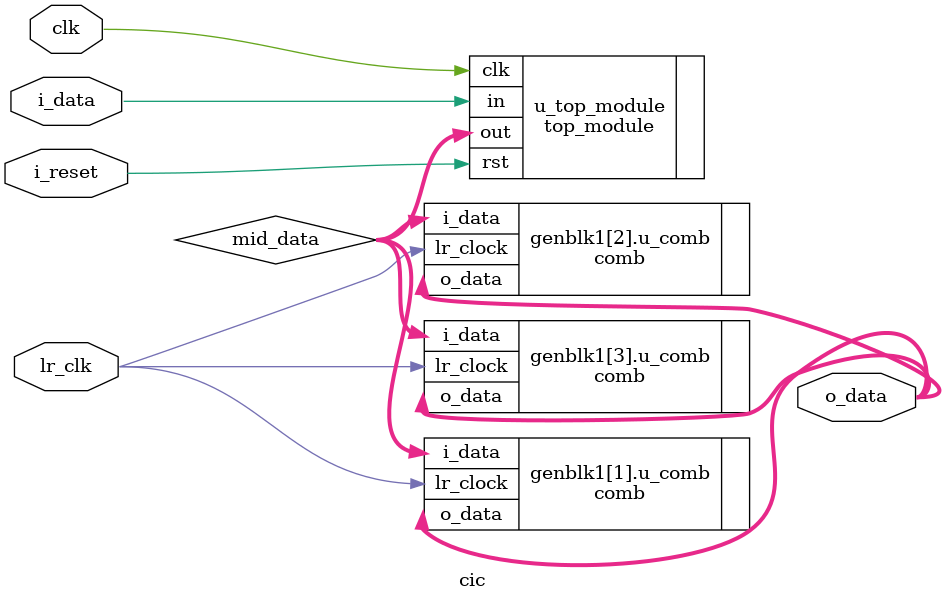
<source format=v>
`include "integrator_top_module.v"
`include "comb.v"
module cic (
    clk,
    lr_clk,
    i_reset,
    i_data,
    o_data,
    );
    
    parameter IW=19, OW=19, R=16, N=3;
    
    /*
    Morgan note
    N is number of cascade stages (comb-integrator pairs) (3?)
    R is number decimation factor
    */
    input wire clk;
    input wire lr_clk, i_reset, i_data;
    wire [(IW-1):0] mid_data;
    output wire [(OW-1):0] o_data;
    
    genvar j;
    generate
        //Integrators
        top_module u_top_module(
            .clk(clk),
            .in(i_data),
            .rst(i_reset),
            .out(mid_data)
        );

        //combs
        for (j=1; j<=N; j=j+1) begin
            // comb #(
            //     .IW(IW),
            //     .OW(OW),
            //     .N(1*R/R)) 
            comb u_comb (
                /*
                This section may need adjustment.
                The original file had i_data and o_data both using the same wire for some reason.
                I'll work it out if it causes problems with testing.
                */
                .lr_clock(lr_clk),
                .i_data(mid_data),
                .o_data(o_data)
            );
        end
    endgenerate    
endmodule

</source>
